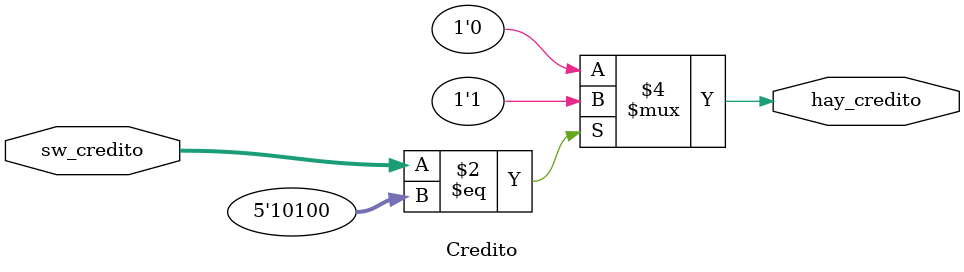
<source format=v>
module Credito (
    input [4:0] sw_credito,
    output reg hay_credito
);
    always @(*) begin
        if (sw_credito == 5'b10100)
            hay_credito = 1;
        else
            hay_credito = 0;
    end
endmodule

</source>
